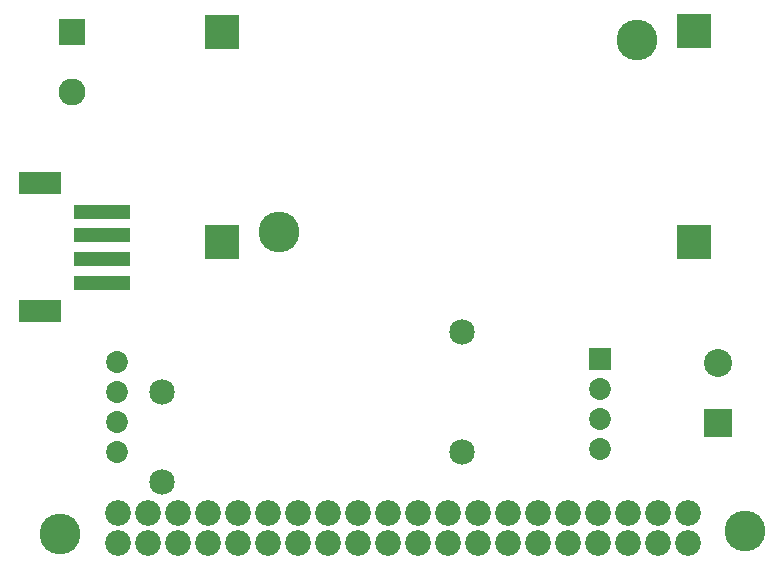
<source format=gts>
G04 MADE WITH FRITZING*
G04 WWW.FRITZING.ORG*
G04 DOUBLE SIDED*
G04 HOLES PLATED*
G04 CONTOUR ON CENTER OF CONTOUR VECTOR*
%ASAXBY*%
%FSLAX23Y23*%
%MOIN*%
%OFA0B0*%
%SFA1.0B1.0*%
%ADD10C,0.088000*%
%ADD11C,0.085000*%
%ADD12C,0.085361*%
%ADD13C,0.093307*%
%ADD14C,0.135984*%
%ADD15C,0.090000*%
%ADD16C,0.072992*%
%ADD17R,0.111895X0.111895*%
%ADD18R,0.191102X0.049370*%
%ADD19R,0.143858X0.072992*%
%ADD20R,0.093307X0.093307*%
%ADD21R,0.090000X0.090000*%
%ADD22R,0.072992X0.072992*%
%LNMASK1*%
G90*
G70*
G54D10*
X2274Y1838D03*
X2274Y1132D03*
X702Y1132D03*
X701Y1834D03*
X2274Y1838D03*
X2274Y1132D03*
X702Y1132D03*
X701Y1834D03*
G54D11*
X501Y634D03*
X501Y334D03*
G54D12*
X354Y131D03*
X454Y131D03*
X554Y131D03*
X654Y131D03*
X754Y131D03*
X854Y131D03*
X954Y131D03*
X1054Y131D03*
X1154Y131D03*
X1254Y131D03*
X1354Y131D03*
X1454Y131D03*
X1554Y131D03*
X1654Y131D03*
X1754Y131D03*
X1854Y131D03*
X1954Y131D03*
X2054Y131D03*
X2154Y131D03*
X2254Y131D03*
X2254Y231D03*
X2154Y231D03*
X2054Y231D03*
X1954Y231D03*
X1854Y231D03*
X1754Y231D03*
X1654Y231D03*
X1554Y231D03*
X1454Y231D03*
X1354Y231D03*
X1254Y231D03*
X1154Y231D03*
X1054Y231D03*
X954Y231D03*
X854Y231D03*
X754Y231D03*
X654Y231D03*
X554Y231D03*
X454Y231D03*
X354Y231D03*
G54D11*
X1501Y434D03*
X1501Y834D03*
G54D13*
X2354Y531D03*
X2354Y731D03*
X2354Y531D03*
X2354Y731D03*
G54D14*
X2444Y169D03*
X892Y1166D03*
X2086Y1808D03*
X161Y160D03*
G54D15*
X201Y1834D03*
X201Y1634D03*
X201Y1834D03*
X201Y1634D03*
G54D16*
X351Y734D03*
X351Y634D03*
X351Y534D03*
X351Y434D03*
X1961Y742D03*
X1961Y642D03*
X1961Y542D03*
X1961Y442D03*
X351Y734D03*
X351Y634D03*
X351Y534D03*
X351Y434D03*
X1961Y742D03*
X1961Y642D03*
X1961Y542D03*
X1961Y442D03*
X351Y734D03*
X351Y634D03*
X351Y534D03*
X351Y434D03*
X1961Y742D03*
X1961Y642D03*
X1961Y542D03*
X1961Y442D03*
G54D17*
X702Y1132D03*
X2274Y1132D03*
X702Y1132D03*
X2274Y1838D03*
X701Y1834D03*
X702Y1132D03*
X2274Y1132D03*
X702Y1132D03*
X2274Y1838D03*
X701Y1834D03*
G54D18*
X301Y998D03*
X301Y1077D03*
X301Y1156D03*
X301Y1234D03*
G54D19*
X96Y904D03*
X96Y1329D03*
G54D20*
X2354Y531D03*
X2354Y531D03*
G54D21*
X201Y1834D03*
X201Y1834D03*
G54D22*
X1961Y742D03*
X1961Y742D03*
X1961Y742D03*
G04 End of Mask1*
M02*
</source>
